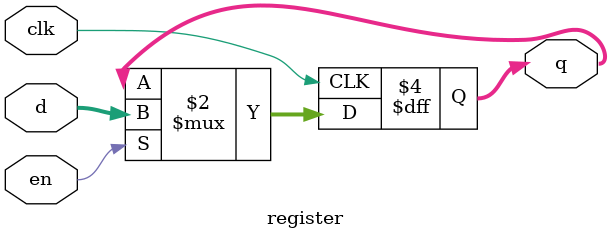
<source format=v>
module register #(parameter BITS = 32) (
    input [BITS-1:0] d,  // Data input
    input en,            // Enable signal
    input clk,           // Clock signal
    output reg [BITS-1:0] q // Output register
);

    always @(posedge clk) begin
        if (en)
            q <= d; // Update q with d when enable is high
    end
endmodule

</source>
